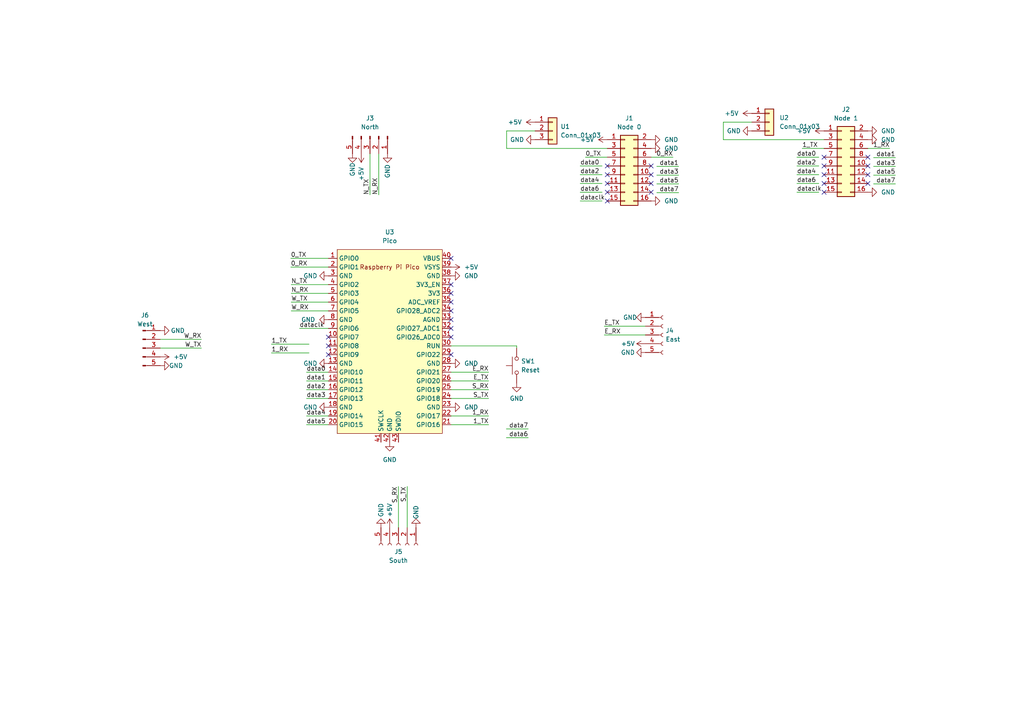
<source format=kicad_sch>
(kicad_sch (version 20230121) (generator eeschema)
  (paper "A4")
  (lib_symbols
    (symbol "Connector:Conn_01x05_Pin" (pin_names (offset 1.016) hide)
      (property "Reference" "J" (at 0 7.62 0))
      (property "Value" "Conn_01x05_Pin" (at 0 -7.62 0))
      (symbol "Conn_01x05_Pin_1_1"
        (polyline (pts (xy 1.27 -5.08) (xy 0.8636 -5.08)) (stroke (width 0.1524)))
        (polyline (pts (xy 1.27 -2.54) (xy 0.8636 -2.54)) (stroke (width 0.1524)))
        (polyline (pts (xy 1.27 0) (xy 0.8636 0)) (stroke (width 0.1524)))
        (polyline (pts (xy 1.27 2.54) (xy 0.8636 2.54)) (stroke (width 0.1524)))
        (polyline (pts (xy 1.27 5.08) (xy 0.8636 5.08)) (stroke (width 0.1524)))
        (rectangle (start 0.8636 -4.953) (end 0 -5.207) (stroke (width 0.1524)) (fill (type outline)))
        (rectangle (start 0.8636 -2.413) (end 0 -2.667) (stroke (width 0.1524)) (fill (type outline)))
        (rectangle (start 0.8636 0.127) (end 0 -0.127) (stroke (width 0.1524)) (fill (type outline)))
        (rectangle (start 0.8636 2.667) (end 0 2.413) (stroke (width 0.1524)) (fill (type outline)))
        (rectangle (start 0.8636 5.207) (end 0 4.953) (stroke (width 0.1524)) (fill (type outline)))
        (pin passive line (at 5.08 5.08 180) (length 3.81) (name "Pin_1") (number "1"))
        (pin passive line (at 5.08 2.54 180) (length 3.81) (name "Pin_2") (number "2"))
        (pin passive line (at 5.08 0 180) (length 3.81) (name "Pin_3") (number "3"))
        (pin passive line (at 5.08 -2.54 180) (length 3.81) (name "Pin_4") (number "4"))
        (pin passive line (at 5.08 -5.08 180) (length 3.81) (name "Pin_5") (number "5"))
      )
    )
    (symbol "Connector:Conn_01x05_Socket" (pin_names (offset 1.016) hide)
      (property "Reference" "J" (at 0 7.62 0))
      (property "Value" "Conn_01x05_Socket" (at 0 -7.62 0))
      (symbol "Conn_01x05_Socket_1_1"
        (arc (start 0 -4.572) (mid -0.5058 -5.08) (end 0 -5.588) (stroke (width 0.1524)))
        (arc (start 0 -2.032) (mid -0.5058 -2.54) (end 0 -3.048) (stroke (width 0.1524)))
        (polyline (pts (xy -1.27 -5.08) (xy -0.508 -5.08)) (stroke (width 0.1524)))
        (polyline (pts (xy -1.27 -2.54) (xy -0.508 -2.54)) (stroke (width 0.1524)))
        (polyline (pts (xy -1.27 0) (xy -0.508 0)) (stroke (width 0.1524)))
        (polyline (pts (xy -1.27 2.54) (xy -0.508 2.54)) (stroke (width 0.1524)))
        (polyline (pts (xy -1.27 5.08) (xy -0.508 5.08)) (stroke (width 0.1524)))
        (arc (start 0 0.508) (mid -0.5058 0) (end 0 -0.508) (stroke (width 0.1524)))
        (arc (start 0 3.048) (mid -0.5058 2.54) (end 0 2.032) (stroke (width 0.1524)))
        (arc (start 0 5.588) (mid -0.5058 5.08) (end 0 4.572) (stroke (width 0.1524)))
        (pin passive line (at -5.08 5.08 0) (length 3.81) (name "Pin_1") (number "1"))
        (pin passive line (at -5.08 2.54 0) (length 3.81) (name "Pin_2") (number "2"))
        (pin passive line (at -5.08 0 0) (length 3.81) (name "Pin_3") (number "3"))
        (pin passive line (at -5.08 -2.54 0) (length 3.81) (name "Pin_4") (number "4"))
        (pin passive line (at -5.08 -5.08 0) (length 3.81) (name "Pin_5") (number "5"))
      )
    )
    (symbol "Connector_Generic:Conn_01x03" (pin_names (offset 1.016) hide)
      (property "Reference" "J" (at 0 5.08 0))
      (property "Value" "Conn_01x03" (at 0 -5.08 0))
      (symbol "Conn_01x03_1_1"
        (rectangle (start -1.27 -2.413) (end 0 -2.667) (stroke (width 0.1524)))
        (rectangle (start -1.27 0.127) (end 0 -0.127) (stroke (width 0.1524)))
        (rectangle (start -1.27 2.667) (end 0 2.413) (stroke (width 0.1524)))
        (rectangle (start -1.27 3.81) (end 1.27 -3.81) (stroke (width 0.254)) (fill (type background)))
        (pin passive line (at -5.08 2.54 0) (length 3.81) (name "Pin_1") (number "1"))
        (pin passive line (at -5.08 0 0) (length 3.81) (name "Pin_2") (number "2"))
        (pin passive line (at -5.08 -2.54 0) (length 3.81) (name "Pin_3") (number "3"))
      )
    )
    (symbol "Connector_Generic:Conn_02x08_Odd_Even" (pin_names (offset 1.016) hide)
      (property "Reference" "J" (at 1.27 10.16 0))
      (property "Value" "Conn_02x08_Odd_Even" (at 1.27 -12.7 0))
      (symbol "Conn_02x08_Odd_Even_1_1"
        (rectangle (start -1.27 -10.033) (end 0 -10.287) (stroke (width 0.1524)))
        (rectangle (start -1.27 -7.493) (end 0 -7.747) (stroke (width 0.1524)))
        (rectangle (start -1.27 -4.953) (end 0 -5.207) (stroke (width 0.1524)))
        (rectangle (start -1.27 -2.413) (end 0 -2.667) (stroke (width 0.1524)))
        (rectangle (start -1.27 0.127) (end 0 -0.127) (stroke (width 0.1524)))
        (rectangle (start -1.27 2.667) (end 0 2.413) (stroke (width 0.1524)))
        (rectangle (start -1.27 5.207) (end 0 4.953) (stroke (width 0.1524)))
        (rectangle (start -1.27 7.747) (end 0 7.493) (stroke (width 0.1524)))
        (rectangle (start -1.27 8.89) (end 3.81 -11.43) (stroke (width 0.254)) (fill (type background)))
        (rectangle (start 3.81 -10.033) (end 2.54 -10.287) (stroke (width 0.1524)))
        (rectangle (start 3.81 -7.493) (end 2.54 -7.747) (stroke (width 0.1524)))
        (rectangle (start 3.81 -4.953) (end 2.54 -5.207) (stroke (width 0.1524)))
        (rectangle (start 3.81 -2.413) (end 2.54 -2.667) (stroke (width 0.1524)))
        (rectangle (start 3.81 0.127) (end 2.54 -0.127) (stroke (width 0.1524)))
        (rectangle (start 3.81 2.667) (end 2.54 2.413) (stroke (width 0.1524)))
        (rectangle (start 3.81 5.207) (end 2.54 4.953) (stroke (width 0.1524)))
        (rectangle (start 3.81 7.747) (end 2.54 7.493) (stroke (width 0.1524)))
        (pin passive line (at -5.08 7.62 0) (length 3.81) (name "Pin_1") (number "1"))
        (pin passive line (at 7.62 -2.54 180) (length 3.81) (name "Pin_10") (number "10"))
        (pin passive line (at -5.08 -5.08 0) (length 3.81) (name "Pin_11") (number "11"))
        (pin passive line (at 7.62 -5.08 180) (length 3.81) (name "Pin_12") (number "12"))
        (pin passive line (at -5.08 -7.62 0) (length 3.81) (name "Pin_13") (number "13"))
        (pin passive line (at 7.62 -7.62 180) (length 3.81) (name "Pin_14") (number "14"))
        (pin passive line (at -5.08 -10.16 0) (length 3.81) (name "Pin_15") (number "15"))
        (pin passive line (at 7.62 -10.16 180) (length 3.81) (name "Pin_16") (number "16"))
        (pin passive line (at 7.62 7.62 180) (length 3.81) (name "Pin_2") (number "2"))
        (pin passive line (at -5.08 5.08 0) (length 3.81) (name "Pin_3") (number "3"))
        (pin passive line (at 7.62 5.08 180) (length 3.81) (name "Pin_4") (number "4"))
        (pin passive line (at -5.08 2.54 0) (length 3.81) (name "Pin_5") (number "5"))
        (pin passive line (at 7.62 2.54 180) (length 3.81) (name "Pin_6") (number "6"))
        (pin passive line (at -5.08 0 0) (length 3.81) (name "Pin_7") (number "7"))
        (pin passive line (at 7.62 0 180) (length 3.81) (name "Pin_8") (number "8"))
        (pin passive line (at -5.08 -2.54 0) (length 3.81) (name "Pin_9") (number "9"))
      )
    )
    (symbol "RPi-Pico:Pico"
      (property "Reference" "U" (at -13.97 27.94 0))
      (property "Value" "Pico" (at 0 19.05 0))
      (symbol "Pico_0_0"
        (text "Raspberry Pi Pico" (at 0 21.59 0) (effects (font (size 1.27 1.27))))
      )
      (symbol "Pico_0_1"
        (rectangle (start -15.24 26.67) (end 15.24 -26.67) (fill (type background)))
      )
      (symbol "Pico_1_1"
        (pin bidirectional line (at -17.78 24.13 0) (length 2.54) (name "GPIO0") (number "1"))
        (pin bidirectional line (at -17.78 1.27 0) (length 2.54) (name "GPIO7") (number "10"))
        (pin bidirectional line (at -17.78 -1.27 0) (length 2.54) (name "GPIO8") (number "11"))
        (pin bidirectional line (at -17.78 -3.81 0) (length 2.54) (name "GPIO9") (number "12"))
        (pin power_in line (at -17.78 -6.35 0) (length 2.54) (name "GND") (number "13"))
        (pin bidirectional line (at -17.78 -8.89 0) (length 2.54) (name "GPIO10") (number "14"))
        (pin bidirectional line (at -17.78 -11.43 0) (length 2.54) (name "GPIO11") (number "15"))
        (pin bidirectional line (at -17.78 -13.97 0) (length 2.54) (name "GPIO12") (number "16"))
        (pin bidirectional line (at -17.78 -16.51 0) (length 2.54) (name "GPIO13") (number "17"))
        (pin power_in line (at -17.78 -19.05 0) (length 2.54) (name "GND") (number "18"))
        (pin bidirectional line (at -17.78 -21.59 0) (length 2.54) (name "GPIO14") (number "19"))
        (pin bidirectional line (at -17.78 21.59 0) (length 2.54) (name "GPIO1") (number "2"))
        (pin bidirectional line (at -17.78 -24.13 0) (length 2.54) (name "GPIO15") (number "20"))
        (pin bidirectional line (at 17.78 -24.13 180) (length 2.54) (name "GPIO16") (number "21"))
        (pin bidirectional line (at 17.78 -21.59 180) (length 2.54) (name "GPIO17") (number "22"))
        (pin power_in line (at 17.78 -19.05 180) (length 2.54) (name "GND") (number "23"))
        (pin bidirectional line (at 17.78 -16.51 180) (length 2.54) (name "GPIO18") (number "24"))
        (pin bidirectional line (at 17.78 -13.97 180) (length 2.54) (name "GPIO19") (number "25"))
        (pin bidirectional line (at 17.78 -11.43 180) (length 2.54) (name "GPIO20") (number "26"))
        (pin bidirectional line (at 17.78 -8.89 180) (length 2.54) (name "GPIO21") (number "27"))
        (pin power_in line (at 17.78 -6.35 180) (length 2.54) (name "GND") (number "28"))
        (pin bidirectional line (at 17.78 -3.81 180) (length 2.54) (name "GPIO22") (number "29"))
        (pin power_in line (at -17.78 19.05 0) (length 2.54) (name "GND") (number "3"))
        (pin input line (at 17.78 -1.27 180) (length 2.54) (name "RUN") (number "30"))
        (pin bidirectional line (at 17.78 1.27 180) (length 2.54) (name "GPIO26_ADC0") (number "31"))
        (pin bidirectional line (at 17.78 3.81 180) (length 2.54) (name "GPIO27_ADC1") (number "32"))
        (pin power_in line (at 17.78 6.35 180) (length 2.54) (name "AGND") (number "33"))
        (pin bidirectional line (at 17.78 8.89 180) (length 2.54) (name "GPIO28_ADC2") (number "34"))
        (pin power_in line (at 17.78 11.43 180) (length 2.54) (name "ADC_VREF") (number "35"))
        (pin power_in line (at 17.78 13.97 180) (length 2.54) (name "3V3") (number "36"))
        (pin input line (at 17.78 16.51 180) (length 2.54) (name "3V3_EN") (number "37"))
        (pin bidirectional line (at 17.78 19.05 180) (length 2.54) (name "GND") (number "38"))
        (pin power_in line (at 17.78 21.59 180) (length 2.54) (name "VSYS") (number "39"))
        (pin bidirectional line (at -17.78 16.51 0) (length 2.54) (name "GPIO2") (number "4"))
        (pin power_in line (at 17.78 24.13 180) (length 2.54) (name "VBUS") (number "40"))
        (pin input line (at -2.54 -29.21 90) (length 2.54) (name "SWCLK") (number "41"))
        (pin power_in line (at 0 -29.21 90) (length 2.54) (name "GND") (number "42"))
        (pin bidirectional line (at 2.54 -29.21 90) (length 2.54) (name "SWDIO") (number "43"))
        (pin bidirectional line (at -17.78 13.97 0) (length 2.54) (name "GPIO3") (number "5"))
        (pin bidirectional line (at -17.78 11.43 0) (length 2.54) (name "GPIO4") (number "6"))
        (pin bidirectional line (at -17.78 8.89 0) (length 2.54) (name "GPIO5") (number "7"))
        (pin power_in line (at -17.78 6.35 0) (length 2.54) (name "GND") (number "8"))
        (pin bidirectional line (at -17.78 3.81 0) (length 2.54) (name "GPIO6") (number "9"))
      )
    )
    (symbol "Switch:SW_Push" (pin_numbers hide) (pin_names (offset 1.016) hide)
      (property "Reference" "SW" (at 1.27 2.54 0))
      (property "Value" "SW_Push" (at 0 -1.524 0))
      (symbol "SW_Push_0_1"
        (circle (center -2.032 0) (radius 0.508))
        (polyline (pts (xy 0 1.27) (xy 0 3.048)))
        (polyline (pts (xy 2.54 1.27) (xy -2.54 1.27)))
        (circle (center 2.032 0) (radius 0.508))
        (pin passive line (at -5.08 0 0) (length 2.54) (name "1") (number "1"))
        (pin passive line (at 5.08 0 180) (length 2.54) (name "2") (number "2"))
      )
    )
    (symbol "power:+5V" (power) (pin_names (offset 0))
      (property "Value" "+5V" (at 0 3.556 0))
      (symbol "+5V_0_1"
        (polyline (pts (xy -0.762 1.27) (xy 0 2.54)))
        (polyline (pts (xy 0 0) (xy 0 2.54)))
        (polyline (pts (xy 0 2.54) (xy 0.762 1.27)))
      )
      (symbol "+5V_1_1"
        (pin power_in line (at 0 0 90) (length 0) hide (name "+5V") (number "1"))
      )
    )
    (symbol "power:GND" (power) (pin_names (offset 0))
      (property "Value" "GND" (at 0 -3.81 0))
      (symbol "GND_0_1"
        (polyline (pts (xy 0 0) (xy 0 -1.27) (xy 1.27 -1.27) (xy 0 -2.54) (xy -1.27 -1.27) (xy 0 -1.27)))
      )
      (symbol "GND_1_1"
        (pin power_in line (at 0 0 270) (length 0) hide (name "GND") (number "1"))
      )
    )
  )
  (no_connect (at 130.81 95.25))
  (no_connect (at 176.149 55.753))
  (no_connect (at 251.714 50.673))
  (no_connect (at 251.714 53.213))
  (no_connect (at 239.014 45.593))
  (no_connect (at 239.014 48.133))
  (no_connect (at 239.014 50.673))
  (no_connect (at 130.81 82.55))
  (no_connect (at 130.81 92.71))
  (no_connect (at 239.014 55.753))
  (no_connect (at 130.81 102.87))
  (no_connect (at 251.714 48.133))
  (no_connect (at 95.25 97.79))
  (no_connect (at 188.849 48.133))
  (no_connect (at 130.81 90.17))
  (no_connect (at 251.714 45.593))
  (no_connect (at 176.149 48.133))
  (no_connect (at 130.81 74.93))
  (no_connect (at 95.25 100.33))
  (no_connect (at 176.149 53.213))
  (no_connect (at 95.25 102.87))
  (no_connect (at 188.849 55.753))
  (no_connect (at 130.81 97.79))
  (no_connect (at 130.81 87.63))
  (no_connect (at 188.849 50.673))
  (no_connect (at 130.81 85.09))
  (no_connect (at 239.014 53.213))
  (no_connect (at 176.149 58.293))
  (no_connect (at 176.149 50.673))
  (no_connect (at 188.849 53.213))
  (wire (pts (xy 196.85 50.8) (xy 190.5 50.8)))
  (wire (pts (xy 130.81 100.33) (xy 149.86 100.33)))
  (wire (pts (xy 86.868 95.25) (xy 95.25 95.25)))
  (wire (pts (xy 88.9 107.95) (xy 95.25 107.95)))
  (wire (pts (xy 107.315 44.577) (xy 107.315 56.515)))
  (wire (pts (xy 84.455 82.55) (xy 95.25 82.55)))
  (wire (pts (xy 168.275 50.673) (xy 174.625 50.673)))
  (wire (pts (xy 78.7146 99.822) (xy 89.6366 99.822)))
  (wire (pts (xy 168.275 58.293) (xy 174.625 58.293)))
  (wire (pts (xy 231.14 55.753) (xy 237.49 55.753)))
  (wire (pts (xy 196.85 48.26) (xy 190.5 48.26)))
  (wire (pts (xy 109.855 44.577) (xy 109.855 56.515)))
  (wire (pts (xy 168.275 48.133) (xy 174.625 48.133)))
  (wire (pts (xy 78.7146 102.362) (xy 89.6366 102.362)))
  (wire (pts (xy 88.9 123.19) (xy 95.25 123.19)))
  (wire (pts (xy 209.804 35.433) (xy 209.804 40.513)))
  (wire (pts (xy 115.57 153.035) (xy 115.57 141.097)))
  (wire (pts (xy 209.804 40.513) (xy 239.014 40.513)))
  (wire (pts (xy 141.732 123.19) (xy 130.81 123.19)))
  (wire (pts (xy 209.804 35.433) (xy 218.059 35.433)))
  (wire (pts (xy 146.939 43.053) (xy 176.149 43.053)))
  (wire (pts (xy 84.455 90.17) (xy 95.25 90.17)))
  (wire (pts (xy 187.198 97.155) (xy 175.26 97.155)))
  (wire (pts (xy 141.732 120.65) (xy 130.81 120.65)))
  (wire (pts (xy 196.85 53.34) (xy 190.5 53.34)))
  (wire (pts (xy 196.85 55.88) (xy 190.5 55.88)))
  (wire (pts (xy 146.939 37.973) (xy 155.194 37.973)))
  (wire (pts (xy 130.81 115.57) (xy 141.732 115.57)))
  (wire (pts (xy 88.9 113.03) (xy 95.25 113.03)))
  (wire (pts (xy 46.482 98.425) (xy 58.42 98.425)))
  (wire (pts (xy 231.14 48.133) (xy 237.49 48.133)))
  (wire (pts (xy 84.328 77.47) (xy 95.25 77.47)))
  (wire (pts (xy 153.2128 126.9492) (xy 146.8628 126.9492)))
  (wire (pts (xy 118.11 153.035) (xy 118.11 141.097)))
  (wire (pts (xy 259.715 53.34) (xy 253.365 53.34)))
  (wire (pts (xy 259.715 45.72) (xy 253.365 45.72)))
  (wire (pts (xy 231.14 50.673) (xy 237.49 50.673)))
  (wire (pts (xy 146.939 37.973) (xy 146.939 43.053)))
  (wire (pts (xy 84.455 85.09) (xy 95.25 85.09)))
  (wire (pts (xy 130.81 113.03) (xy 141.732 113.03)))
  (wire (pts (xy 149.86 100.33) (xy 149.86 100.965)))
  (wire (pts (xy 169.799 45.593) (xy 176.149 45.593)))
  (wire (pts (xy 130.81 110.49) (xy 141.732 110.49)))
  (wire (pts (xy 88.9 110.49) (xy 95.25 110.49)))
  (wire (pts (xy 168.275 55.753) (xy 174.625 55.753)))
  (wire (pts (xy 232.664 43.053) (xy 239.014 43.053)))
  (wire (pts (xy 259.715 50.8) (xy 253.365 50.8)))
  (wire (pts (xy 187.198 94.615) (xy 175.26 94.615)))
  (wire (pts (xy 231.14 53.213) (xy 237.49 53.213)))
  (wire (pts (xy 146.8628 124.4092) (xy 153.2128 124.4092)))
  (wire (pts (xy 84.328 74.93) (xy 95.25 74.93)))
  (wire (pts (xy 130.81 107.95) (xy 141.732 107.95)))
  (wire (pts (xy 46.482 100.965) (xy 58.42 100.965)))
  (wire (pts (xy 168.275 53.213) (xy 174.625 53.213)))
  (wire (pts (xy 88.9 115.57) (xy 95.25 115.57)))
  (wire (pts (xy 195.199 45.593) (xy 188.849 45.593)))
  (wire (pts (xy 258.064 43.053) (xy 251.714 43.053)))
  (wire (pts (xy 259.715 48.26) (xy 253.365 48.26)))
  (wire (pts (xy 88.9 120.65) (xy 95.25 120.65)))
  (wire (pts (xy 84.455 87.63) (xy 95.25 87.63)))
  (wire (pts (xy 231.14 45.593) (xy 237.49 45.593)))
  (label "S_RX" (at 141.732 113.03 180))
  (label "data4" (at 88.9 120.65 0))
  (label "data4" (at 168.275 53.213 0))
  (label "data7" (at 259.715 53.34 180))
  (label "data0" (at 168.275 48.133 0))
  (label "data3" (at 88.9 115.57 0))
  (label "data3" (at 259.715 48.26 180))
  (label "data6" (at 168.275 55.753 0))
  (label "data6" (at 153.2128 126.9492 180))
  (label "1_TX" (at 232.664 43.053 0))
  (label "E_TX" (at 175.26 94.615 0))
  (label "W_RX" (at 58.42 98.425 180))
  (label "E_RX" (at 141.732 107.95 180))
  (label "0_TX" (at 84.328 74.93 0))
  (label "N_TX" (at 107.315 56.515 90))
  (label "data7" (at 153.2128 124.4092 180))
  (label "data4" (at 231.14 50.673 0))
  (label "data5" (at 196.85 53.34 180))
  (label "S_TX" (at 141.732 115.57 180))
  (label "E_TX" (at 141.732 110.49 180))
  (label "W_TX" (at 84.455 87.63 0))
  (label "data5" (at 259.715 50.8 180))
  (label "0_RX" (at 84.328 77.47 0))
  (label "W_RX" (at 84.455 90.17 0))
  (label "0_TX" (at 169.799 45.593 0))
  (label "data5" (at 88.9 123.19 0))
  (label "E_RX" (at 175.26 97.155 0))
  (label "data1" (at 196.85 48.26 180))
  (label "1_TX" (at 78.7146 99.822 0))
  (label "W_TX" (at 58.42 100.965 180))
  (label "data2" (at 168.275 50.673 0))
  (label "dataclk" (at 168.275 58.293 0))
  (label "1_TX" (at 141.732 123.19 180))
  (label "data6" (at 231.14 53.213 0))
  (label "data3" (at 196.85 50.8 180))
  (label "1_RX" (at 258.064 43.053 180))
  (label "S_TX" (at 118.11 141.097 270))
  (label "data1" (at 88.9 110.49 0))
  (label "N_RX" (at 84.455 85.09 0))
  (label "data2" (at 231.14 48.133 0))
  (label "N_TX" (at 84.455 82.55 0))
  (label "dataclk" (at 231.14 55.753 0))
  (label "data2" (at 88.9 113.03 0))
  (label "dataclk" (at 86.868 95.25 0))
  (label "data7" (at 196.85 55.88 180))
  (label "0_RX" (at 195.199 45.593 180))
  (label "1_RX" (at 78.7146 102.362 0))
  (label "S_RX" (at 115.57 141.097 270))
  (label "N_RX" (at 109.855 56.515 90))
  (label "data0" (at 231.14 45.593 0))
  (label "1_RX" (at 141.732 120.65 180))
  (label "data1" (at 259.715 45.72 180))
  (label "data0" (at 88.9 107.95 0))
  (symbol (lib_id "power:GND") (at 188.849 43.053 90) (unit 1)
    (property "Reference" "#PWR024" (effects hide))
    (property "Value" "GND" (at 192.659 43.053 90) (effects (justify right)))
  )
  (symbol (lib_id "power:+5V") (at 104.775 44.577 180) (unit 1)
    (property "Reference" "#PWR010" (effects hide))
    (property "Value" "+5V" (at 104.775 48.387 90) (effects (justify left)))
  )
  (symbol (lib_id "power:GND") (at 95.25 118.11 270) (unit 1)
    (property "Reference" "#PWR07" (effects hide))
    (property "Value" "GND" (at 92.075 118.11 90) (effects (justify right)))
  )
  (symbol (lib_id "power:+5V") (at 187.198 99.695 90) (unit 1)
    (property "Reference" "#PWR027" (effects hide))
    (property "Value" "+5V" (at 182.118 99.695 90))
  )
  (symbol (lib_id "power:GND") (at 120.65 153.035 0) (mirror x) (unit 1)
    (property "Reference" "#PWR014" (effects hide))
    (property "Value" "GND" (at 120.65 148.59 90))
  )
  (symbol (lib_id "power:GND") (at 102.235 44.577 0) (unit 1)
    (property "Reference" "#PWR08" (effects hide))
    (property "Value" "GND" (at 102.235 49.149 90))
  )
  (symbol (lib_id "power:GND") (at 251.714 55.753 90) (unit 1)
    (property "Reference" "#PWR034" (effects hide))
    (property "Value" "GND" (at 255.524 55.753 90) (effects (justify right)))
  )
  (symbol (lib_id "power:+5V") (at 218.059 32.893 90) (unit 1)
    (property "Reference" "#PWR029" (effects hide))
    (property "Value" "+5V" (at 214.249 32.893 90) (effects (justify left)))
  )
  (symbol (lib_id "Switch:SW_Push") (at 149.86 106.045 90) (unit 1)
    (property "Reference" "SW1" (at 151.13 104.775 90) (effects (justify right)))
    (property "Value" "Reset" (at 151.13 107.315 90) (effects (justify right)))
  )
  (symbol (lib_id "power:+5V") (at 130.81 77.47 270) (unit 1)
    (property "Reference" "#PWR015" (effects hide))
    (property "Value" "+5V" (at 134.62 77.47 90) (effects (justify left)))
  )
  (symbol (lib_id "Connector:Conn_01x05_Socket") (at 115.57 158.115 270) (unit 1)
    (property "Reference" "J5" (at 115.57 160.02 90))
    (property "Value" "South" (at 115.57 162.56 90))
    (property "Footprint" "Connector_PinSocket_2.54mm:PinSocket_1x05_P2.54mm_Horizontal" (effects hide))
  )
  (symbol (lib_id "power:GND") (at 155.194 40.513 270) (unit 1)
    (property "Reference" "#PWR021" (effects hide))
    (property "Value" "GND" (at 152.019 40.513 90) (effects (justify right)))
  )
  (symbol (lib_id "power:GND") (at 251.714 40.513 90) (unit 1)
    (property "Reference" "#PWR033" (effects hide))
    (property "Value" "GND" (at 255.524 40.513 90) (effects (justify right)))
  )
  (symbol (lib_id "power:GND") (at 187.198 92.075 270) (mirror x) (unit 1)
    (property "Reference" "#PWR026" (effects hide))
    (property "Value" "GND" (at 182.753 92.075 90))
  )
  (symbol (lib_id "power:GND") (at 187.198 102.235 270) (unit 1)
    (property "Reference" "#PWR028" (effects hide))
    (property "Value" "GND" (at 182.118 102.235 90))
  )
  (symbol (lib_id "power:GND") (at 188.849 40.513 90) (unit 1)
    (property "Reference" "#PWR023" (effects hide))
    (property "Value" "GND" (at 192.659 40.513 90) (effects (justify right)))
  )
  (symbol (lib_id "power:GND") (at 95.25 80.01 270) (unit 1)
    (property "Reference" "#PWR04" (effects hide))
    (property "Value" "GND" (at 92.075 80.01 90) (effects (justify right)))
  )
  (symbol (lib_id "Connector:Conn_01x05_Socket") (at 192.278 97.155 0) (unit 1)
    (property "Reference" "J4" (at 193.04 95.885 0) (effects (justify left)))
    (property "Value" "East" (at 193.04 98.425 0) (effects (justify left)))
    (property "Footprint" "Connector_PinSocket_2.54mm:PinSocket_1x05_P2.54mm_Horizontal" (effects hide))
  )
  (symbol (lib_id "RPi-Pico:Pico") (at 113.03 99.06 0) (unit 1)
    (property "Reference" "U3" (at 113.03 67.31 0))
    (property "Value" "Pico" (at 113.03 69.85 0))
    (property "Footprint" "RPi-Pico:RPi_Pico_SMD_TH" (effects hide))
  )
  (symbol (lib_id "Connector_Generic:Conn_02x08_Odd_Even") (at 244.094 45.593 0) (unit 1)
    (property "Reference" "J2" (at 245.364 31.75 0))
    (property "Value" "Node 1" (at 245.364 34.29 0))
    (property "Footprint" "Connector_PinSocket_2.54mm:PinSocket_2x08_P2.54mm_Vertical" (effects hide))
  )
  (symbol (lib_id "power:+5V") (at 176.149 40.513 90) (unit 1)
    (property "Reference" "#PWR022" (effects hide))
    (property "Value" "+5V" (at 172.339 40.513 90) (effects (justify left)))
  )
  (symbol (lib_id "Connector_Generic:Conn_01x03") (at 160.274 37.973 0) (unit 1)
    (property "Reference" "U1" (at 162.56 36.703 0) (effects (justify left)))
    (property "Value" "Conn_01x03" (at 162.56 39.243 0) (effects (justify left)))
    (property "Footprint" "Connector_PinSocket_2.54mm:PinSocket_1x03_P2.54mm_Vertical" (effects hide))
  )
  (symbol (lib_id "power:GND") (at 112.395 44.577 0) (unit 1)
    (property "Reference" "#PWR013" (effects hide))
    (property "Value" "GND" (at 112.395 49.657 90))
  )
  (symbol (lib_id "power:+5V") (at 155.194 35.433 90) (unit 1)
    (property "Reference" "#PWR020" (effects hide))
    (property "Value" "+5V" (at 151.384 35.433 90) (effects (justify left)))
  )
  (symbol (lib_id "power:GND") (at 95.25 105.41 270) (unit 1)
    (property "Reference" "#PWR06" (effects hide))
    (property "Value" "GND" (at 92.075 105.41 90) (effects (justify right)))
  )
  (symbol (lib_id "power:+5V") (at 113.03 153.035 0) (unit 1)
    (property "Reference" "#PWR011" (effects hide))
    (property "Value" "+5V" (at 113.03 147.955 90))
  )
  (symbol (lib_id "power:GND") (at 188.849 58.293 90) (unit 1)
    (property "Reference" "#PWR025" (effects hide))
    (property "Value" "GND" (at 192.659 58.293 90) (effects (justify right)))
  )
  (symbol (lib_id "power:GND") (at 110.49 153.035 180) (unit 1)
    (property "Reference" "#PWR09" (effects hide))
    (property "Value" "GND" (at 110.49 147.955 90))
  )
  (symbol (lib_id "Connector_Generic:Conn_02x08_Odd_Even") (at 181.229 48.133 0) (unit 1)
    (property "Reference" "J1" (at 182.499 34.29 0))
    (property "Value" "Node 0" (at 182.499 36.83 0))
    (property "Footprint" "Connector_PinSocket_2.54mm:PinSocket_2x08_P2.54mm_Vertical" (effects hide))
  )
  (symbol (lib_id "power:GND") (at 130.81 118.11 90) (unit 1)
    (property "Reference" "#PWR018" (effects hide))
    (property "Value" "GND" (at 134.62 118.11 90) (effects (justify right)))
  )
  (symbol (lib_id "power:GND") (at 95.25 92.71 270) (unit 1)
    (property "Reference" "#PWR05" (effects hide))
    (property "Value" "GND" (at 91.44 92.71 90) (effects (justify right)))
  )
  (symbol (lib_id "Connector:Conn_01x05_Pin") (at 41.402 100.965 0) (unit 1)
    (property "Reference" "J6" (at 42.037 91.44 0))
    (property "Value" "West" (at 42.037 93.98 0))
    (property "Footprint" "Connector_PinHeader_2.54mm:PinHeader_1x05_P2.54mm_Horizontal" (effects hide))
  )
  (symbol (lib_id "power:GND") (at 130.81 105.41 90) (unit 1)
    (property "Reference" "#PWR017" (effects hide))
    (property "Value" "GND" (at 134.62 105.41 90) (effects (justify right)))
  )
  (symbol (lib_id "power:+5V") (at 239.014 37.973 90) (unit 1)
    (property "Reference" "#PWR031" (effects hide))
    (property "Value" "+5V" (at 235.204 37.973 90) (effects (justify left)))
  )
  (symbol (lib_id "power:GND") (at 149.86 111.125 0) (unit 1)
    (property "Reference" "#PWR019" (effects hide))
    (property "Value" "GND" (at 149.86 115.57 0))
  )
  (symbol (lib_id "power:GND") (at 46.482 106.045 90) (unit 1)
    (property "Reference" "#PWR03" (effects hide))
    (property "Value" "GND" (at 51.054 106.045 90))
  )
  (symbol (lib_id "power:GND") (at 218.059 37.973 270) (unit 1)
    (property "Reference" "#PWR030" (effects hide))
    (property "Value" "GND" (at 214.884 37.973 90) (effects (justify right)))
  )
  (symbol (lib_id "power:GND") (at 130.81 80.01 90) (unit 1)
    (property "Reference" "#PWR016" (effects hide))
    (property "Value" "GND" (at 134.62 80.01 90) (effects (justify right)))
  )
  (symbol (lib_id "Connector:Conn_01x05_Pin") (at 107.315 39.497 270) (unit 1)
    (property "Reference" "J3" (at 107.315 34.29 90))
    (property "Value" "North" (at 107.315 36.83 90))
    (property "Footprint" "Connector_PinHeader_2.54mm:PinHeader_1x05_P2.54mm_Horizontal" (effects hide))
  )
  (symbol (lib_id "power:GND") (at 251.714 37.973 90) (unit 1)
    (property "Reference" "#PWR032" (effects hide))
    (property "Value" "GND" (at 255.524 37.973 90) (effects (justify right)))
  )
  (symbol (lib_id "Connector_Generic:Conn_01x03") (at 223.139 35.433 0) (unit 1)
    (property "Reference" "U2" (at 226.06 34.163 0) (effects (justify left)))
    (property "Value" "Conn_01x03" (at 226.06 36.703 0) (effects (justify left)))
    (property "Footprint" "Connector_PinSocket_2.54mm:PinSocket_1x03_P2.54mm_Vertical" (effects hide))
  )
  (symbol (lib_id "power:GND") (at 46.482 95.885 90) (unit 1)
    (property "Reference" "#PWR01" (effects hide))
    (property "Value" "GND" (at 51.562 95.885 90))
  )
  (symbol (lib_id "power:GND") (at 113.03 128.27 0) (unit 1)
    (property "Reference" "#PWR012" (effects hide))
    (property "Value" "GND" (at 113.03 133.35 0))
  )
  (symbol (lib_id "power:+5V") (at 46.482 103.505 270) (unit 1)
    (property "Reference" "#PWR02" (effects hide))
    (property "Value" "+5V" (at 50.292 103.505 90) (effects (justify left)))
  )
)
</source>
